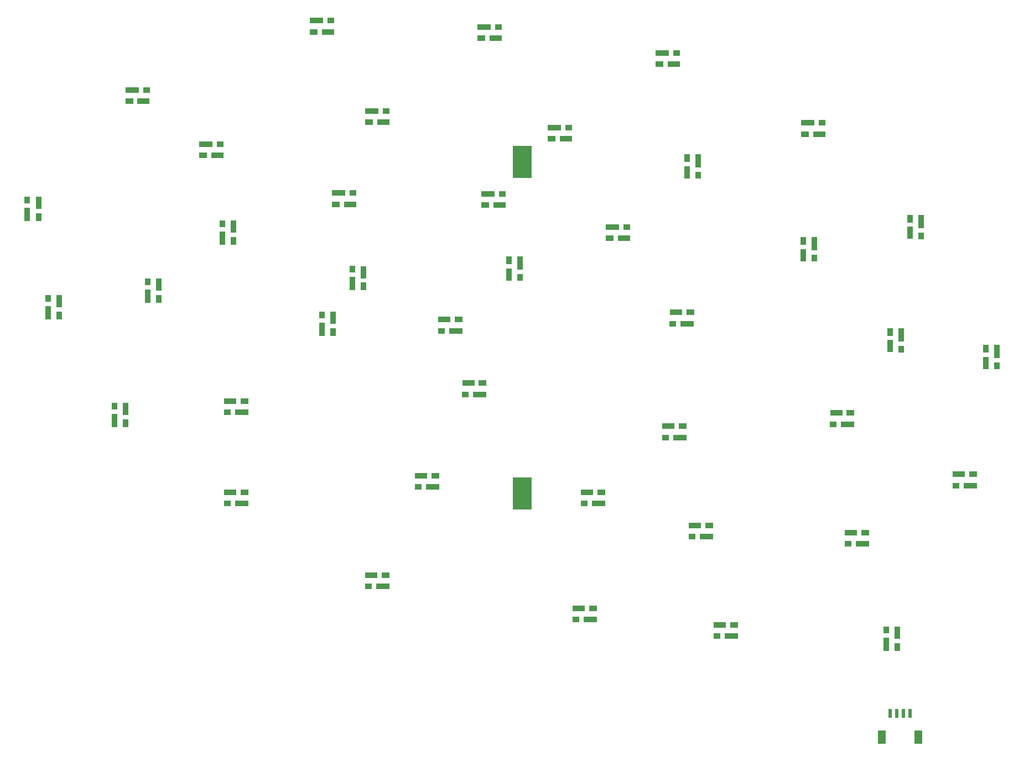
<source format=gbp>
G04 EAGLE Gerber RS-274X export*
G75*
%MOMM*%
%FSLAX34Y34*%
%LPD*%
%INSolderpaste Bottom*%
%IPPOS*%
%AMOC8*
5,1,8,0,0,1.08239X$1,22.5*%
G01*
%ADD10R,0.850000X1.900000*%
%ADD11R,0.850000X1.000000*%
%ADD12R,0.850000X1.150000*%
%ADD13R,0.850000X2.000000*%
%ADD14R,1.900000X0.850000*%
%ADD15R,1.000000X0.850000*%
%ADD16R,1.150000X0.850000*%
%ADD17R,2.000000X0.850000*%
%ADD18R,1.200000X2.000000*%
%ADD19R,0.600000X1.350000*%
%ADD20R,3.000000X5.000000*%


D10*
X823608Y850028D03*
D11*
X841108Y845528D03*
D12*
X823608Y871778D03*
D13*
X841108Y867528D03*
D10*
X601332Y853550D03*
D11*
X583832Y858050D03*
D12*
X601332Y831800D03*
D13*
X583832Y836050D03*
D14*
X724806Y781164D03*
D15*
X720306Y763664D03*
D16*
X746556Y781164D03*
D17*
X742306Y763664D03*
D14*
X1079390Y792340D03*
D15*
X1074890Y774840D03*
D16*
X1101140Y792340D03*
D17*
X1096890Y774840D03*
D14*
X999600Y905650D03*
D15*
X1004100Y923150D03*
D16*
X977850Y905650D03*
D17*
X982100Y923150D03*
D14*
X809100Y956450D03*
D15*
X813600Y973950D03*
D16*
X787350Y956450D03*
D17*
X791600Y973950D03*
D14*
X580500Y957720D03*
D15*
X585000Y975220D03*
D16*
X558750Y957720D03*
D17*
X563000Y975220D03*
D10*
X402450Y923400D03*
D11*
X384950Y927900D03*
D12*
X402450Y901650D03*
D13*
X384950Y905900D03*
D10*
X554850Y783700D03*
D11*
X537350Y788200D03*
D12*
X554850Y761950D03*
D13*
X537350Y766200D03*
D14*
X761636Y683882D03*
D15*
X757136Y666382D03*
D16*
X783386Y683882D03*
D17*
X779136Y666382D03*
D14*
X1067960Y617588D03*
D15*
X1063460Y600088D03*
D16*
X1089710Y617588D03*
D17*
X1085460Y600088D03*
D14*
X1324754Y638162D03*
D15*
X1320254Y620662D03*
D16*
X1346504Y638162D03*
D17*
X1342254Y620662D03*
D10*
X1407046Y740554D03*
D11*
X1424546Y736054D03*
D12*
X1407046Y762304D03*
D13*
X1424546Y758054D03*
D10*
X1273950Y880000D03*
D11*
X1291450Y875500D03*
D12*
X1273950Y901750D03*
D13*
X1291450Y897500D03*
D10*
X1096150Y1007000D03*
D11*
X1113650Y1002500D03*
D12*
X1096150Y1028750D03*
D13*
X1113650Y1024500D03*
D14*
X910700Y1058050D03*
D15*
X915200Y1075550D03*
D16*
X888950Y1058050D03*
D17*
X893200Y1075550D03*
D14*
X631300Y1083450D03*
D15*
X635800Y1100950D03*
D16*
X609550Y1083450D03*
D17*
X613800Y1100950D03*
D14*
X377300Y1032650D03*
D15*
X381800Y1050150D03*
D16*
X355550Y1032650D03*
D17*
X359800Y1050150D03*
D10*
X288150Y834500D03*
D11*
X270650Y839000D03*
D12*
X288150Y812750D03*
D13*
X270650Y817000D03*
D14*
X397400Y656450D03*
D15*
X392900Y638950D03*
D16*
X419150Y656450D03*
D17*
X414900Y638950D03*
D14*
X689500Y542150D03*
D15*
X685000Y524650D03*
D16*
X711250Y542150D03*
D17*
X707000Y524650D03*
D14*
X943500Y516750D03*
D15*
X939000Y499250D03*
D16*
X965250Y516750D03*
D17*
X961000Y499250D03*
D14*
X1108600Y465950D03*
D15*
X1104100Y448450D03*
D16*
X1130350Y465950D03*
D17*
X1126100Y448450D03*
D14*
X1347360Y454774D03*
D15*
X1342860Y437274D03*
D16*
X1369110Y454774D03*
D17*
X1364860Y437274D03*
D14*
X1512460Y543928D03*
D15*
X1507960Y526428D03*
D16*
X1534210Y543928D03*
D17*
X1529960Y526428D03*
D10*
X1553350Y714900D03*
D11*
X1570850Y710400D03*
D12*
X1553350Y736650D03*
D13*
X1570850Y732400D03*
D10*
X1437272Y914036D03*
D11*
X1454772Y909536D03*
D12*
X1437272Y935786D03*
D13*
X1454772Y931536D03*
D14*
X1298558Y1065162D03*
D15*
X1303058Y1082662D03*
D16*
X1276808Y1065162D03*
D17*
X1281058Y1082662D03*
D14*
X1075800Y1172350D03*
D15*
X1080300Y1189850D03*
D16*
X1054050Y1172350D03*
D17*
X1058300Y1189850D03*
D14*
X803258Y1211974D03*
D15*
X807758Y1229474D03*
D16*
X781508Y1211974D03*
D17*
X785758Y1229474D03*
D14*
X546718Y1221626D03*
D15*
X551218Y1239126D03*
D16*
X524968Y1221626D03*
D17*
X529218Y1239126D03*
D14*
X264524Y1115454D03*
D15*
X269024Y1132954D03*
D16*
X242774Y1115454D03*
D17*
X247024Y1132954D03*
D10*
X104000Y959976D03*
D11*
X86500Y964476D03*
D12*
X104000Y938226D03*
D13*
X86500Y942476D03*
D10*
X135750Y809100D03*
D11*
X118250Y813600D03*
D12*
X135750Y787350D03*
D13*
X118250Y791600D03*
D10*
X237350Y644000D03*
D11*
X219850Y648500D03*
D12*
X237350Y622250D03*
D13*
X219850Y626500D03*
D14*
X397400Y516750D03*
D15*
X392900Y499250D03*
D16*
X419150Y516750D03*
D17*
X414900Y499250D03*
D14*
X613300Y389750D03*
D15*
X608800Y372250D03*
D16*
X635050Y389750D03*
D17*
X630800Y372250D03*
D14*
X930800Y338950D03*
D15*
X926300Y321450D03*
D16*
X952550Y338950D03*
D17*
X948300Y321450D03*
D14*
X1146700Y313550D03*
D15*
X1142200Y296050D03*
D16*
X1168450Y313550D03*
D17*
X1164200Y296050D03*
D10*
X1418450Y301100D03*
D11*
X1400950Y305600D03*
D12*
X1418450Y279350D03*
D13*
X1400950Y283600D03*
D18*
X1450400Y141050D03*
X1394400Y141050D03*
D19*
X1437400Y177800D03*
X1427400Y177800D03*
X1417400Y177800D03*
X1407400Y177800D03*
D20*
X843788Y514388D03*
X843788Y1022388D03*
M02*

</source>
